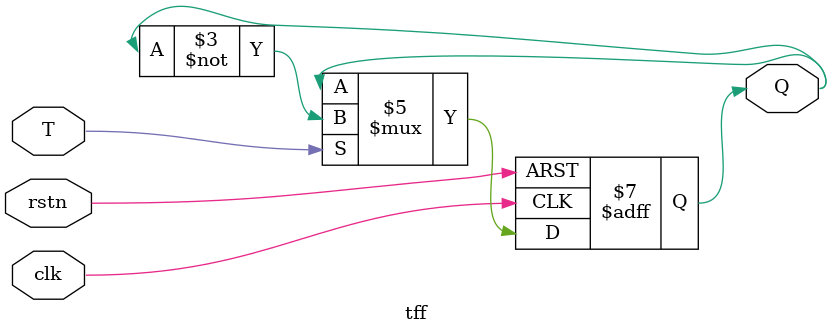
<source format=v>
`timescale 1ns / 1ps
module tff
	(
		input wire clk, rstn, T,
		output reg Q 
    );
	 
	always @ (posedge clk or negedge rstn) begin //notice that the reset signal must be included in the sensitivity list, so that reset becomes asynchronous
		if(!rstn) begin
			Q = 1'b0;
		end 
		else begin
			if(T) begin
				Q <= ~Q;
			end 
			else begin
				Q <= Q;
			end
		end
	end


endmodule

</source>
